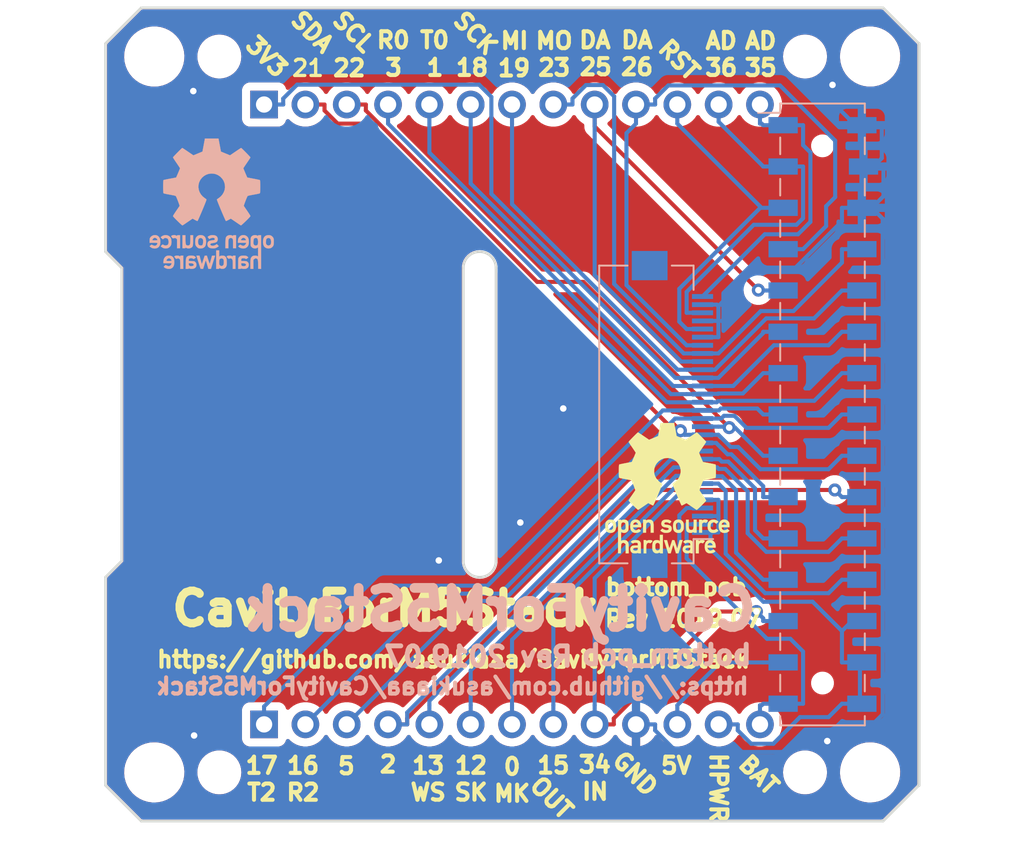
<source format=kicad_pcb>
(kicad_pcb (version 20221018) (generator pcbnew)
  (layers (0 "F.Cu" signal) (31 "B.Cu" signal) (34 "B.Paste" user) (35 "F.Paste" user) (36 "B.SilkS" user "B.Silkscreen") (37 "F.SilkS" user "F.Silkscreen") (38 "B.Mask" user) (39 "F.Mask" user) (44 "Edge.Cuts" user))
  (net 0 "")
  (net 1 "GND")
  (net 2 "G23")
  (net 3 "G19")
  (net 4 "G18")
  (net 5 "G3")
  (net 6 "G16")
  (net 7 "G21")
  (net 8 "G2")
  (net 9 "G12")
  (net 10 "G15")
  (net 11 "HPWR")
  (net 12 "+BATT")
  (net 13 "+5V")
  (net 14 "G34")
  (net 15 "G0")
  (net 16 "G13")
  (net 17 "G5")
  (net 18 "G22")
  (net 19 "G17")
  (net 20 "G1")
  (net 21 "G26")
  (net 22 "G25")
  (net 23 "RST")
  (net 24 "G36")
  (net 25 "G35")
  (net 26 "+3V3")
  (footprint "MountingHole:MountingHole_3.2mm_M3" (layer "F.Cu") (at 103 53)
    (fp_text reference "REF1" hide)
    (fp_text value "MountingHole_3.2mm_M3")
    (pad "" np_thru_hole circle (at 0 0) (size 3.2 3.2) (drill 3.2) (layers "*.Cu" "*.Mask"))
  )
  (footprint "MountingHole:MountingHole_3.2mm_M3" (layer "F.Cu") (at 103 97)
    (fp_text reference "REF6" hide)
    (fp_text value "MountingHole_3.2mm_M3")
    (pad "" np_thru_hole circle (at 0 0) (size 3.2 3.2) (drill 3.2) (layers "*.Cu" "*.Mask"))
  )
  (footprint "MountingHole:MountingHole_3.2mm_M3" (layer "F.Cu") (at 147 97)
    (fp_text reference "REF9" hide)
    (fp_text value "MountingHole_3.2mm_M3")
    (pad "" np_thru_hole circle (at 0 0) (size 3.2 3.2) (drill 3.2) (layers "*.Cu" "*.Mask"))
  )
  (footprint "MountingHole:MountingHole_2.2mm_M2" (layer "F.Cu") (at 107 53)
    (fp_text reference "REF2" hide)
    (fp_text value "MountingHole_2.2mm_M2")
    (pad "" np_thru_hole circle (at 0 0) (size 2.2 2.2) (drill 2.2) (layers "*.Cu" "*.Mask"))
  )
  (footprint "MountingHole:MountingHole_3.2mm_M3" (layer "F.Cu") (at 147 53)
    (fp_text reference "REF4" hide)
    (fp_text value "MountingHole_3.2mm_M3")
    (pad "" np_thru_hole circle (at 0 0) (size 3.2 3.2) (drill 3.2) (layers "*.Cu" "*.Mask"))
  )
  (footprint "MountingHole:MountingHole_2.2mm_M2" (layer "F.Cu") (at 143 53)
    (fp_text reference "REF3" hide)
    (fp_text value "MountingHole_2.2mm_M2")
    (pad "" np_thru_hole circle (at 0 0) (size 2.2 2.2) (drill 2.2) (layers "*.Cu" "*.Mask"))
  )
  (footprint "MountingHole:MountingHole_2.2mm_M2" (layer "F.Cu") (at 107 97)
    (fp_text reference "REF7" hide)
    (fp_text value "MountingHole_2.2mm_M2")
    (pad "" np_thru_hole circle (at 0 0) (size 2.2 2.2) (drill 2.2) (layers "*.Cu" "*.Mask"))
  )
  (footprint "MountingHole:MountingHole_2.2mm_M2" (layer "F.Cu") (at 143 97)
    (fp_text reference "REF8" hide)
    (fp_text value "MountingHole_2.2mm_M2")
    (pad "" np_thru_hole circle (at 0 0) (size 2.2 2.2) (drill 2.2) (layers "*.Cu" "*.Mask"))
  )
  (footprint "footprints:PinSocket_1x13_P2.54mm_Vertical_without_silks" (layer "F.Cu") (at 109.75 55.95 90)
    (fp_text reference "J1" hide)
    (fp_text value "Conn_01x13")
    (pad "1" thru_hole rect (at 0 0 90) (size 1.7 1.7) (drill 1) (layers "*.Cu" "*.Mask") (net 26 "+3V3"))
    (pad "2" thru_hole oval (at 0 2.54 90) (size 1.7 1.7) (drill 1) (layers "*.Cu" "*.Mask") (net 7 "G21"))
    (pad "3" thru_hole oval (at 0 5.08 90) (size 1.7 1.7) (drill 1) (layers "*.Cu" "*.Mask") (net 18 "G22"))
    (pad "4" thru_hole oval (at 0 7.62 90) (size 1.7 1.7) (drill 1) (layers "*.Cu" "*.Mask") (net 5 "G3"))
    (pad "5" thru_hole oval (at 0 10.16 90) (size 1.7 1.7) (drill 1) (layers "*.Cu" "*.Mask") (net 20 "G1"))
    (pad "6" thru_hole oval (at 0 12.7 90) (size 1.7 1.7) (drill 1) (layers "*.Cu" "*.Mask") (net 4 "G18"))
    (pad "7" thru_hole oval (at 0 15.24 90) (size 1.7 1.7) (drill 1) (layers "*.Cu" "*.Mask") (net 3 "G19"))
    (pad "8" thru_hole oval (at 0 17.78 90) (size 1.7 1.7) (drill 1) (layers "*.Cu" "*.Mask") (net 2 "G23"))
    (pad "9" thru_hole oval (at 0 20.32 90) (size 1.7 1.7) (drill 1) (layers "*.Cu" "*.Mask") (net 21 "G26"))
    (pad "10" thru_hole oval (at 0 22.86 90) (size 1.7 1.7) (drill 1) (layers "*.Cu" "*.Mask") (net 22 "G25"))
    (pad "11" thru_hole oval (at 0 25.4 90) (size 1.7 1.7) (drill 1) (layers "*.Cu" "*.Mask") (net 23 "RST"))
    (pad "12" thru_hole oval (at 0 27.94 90) (size 1.7 1.7) (drill 1) (layers "*.Cu" "*.Mask") (net 24 "G36"))
    (pad "13" thru_hole oval (at 0 30.48 90) (size 1.7 1.7) (drill 1) (layers "*.Cu" "*.Mask") (net 25 "G35"))
  )
  (footprint "footprints:PinSocket_1x13_P2.54mm_Vertical_without_silks" (layer "F.Cu") (at 109.75 94.05 90)
    (fp_text reference "J2" hide)
    (fp_text value "Conn_01x13")
    (pad "1" thru_hole rect (at 0 0 90) (size 1.7 1.7) (drill 1) (layers "*.Cu" "*.Mask") (net 19 "G17"))
    (pad "2" thru_hole oval (at 0 2.54 90) (size 1.7 1.7) (drill 1) (layers "*.Cu" "*.Mask") (net 6 "G16"))
    (pad "3" thru_hole oval (at 0 5.08 90) (size 1.7 1.7) (drill 1) (layers "*.Cu" "*.Mask") (net 17 "G5"))
    (pad "4" thru_hole oval (at 0 7.62 90) (size 1.7 1.7) (drill 1) (layers "*.Cu" "*.Mask") (net 8 "G2"))
    (pad "5" thru_hole oval (at 0 10.16 90) (size 1.7 1.7) (drill 1) (layers "*.Cu" "*.Mask") (net 16 "G13"))
    (pad "6" thru_hole oval (at 0 12.7 90) (size 1.7 1.7) (drill 1) (layers "*.Cu" "*.Mask") (net 9 "G12"))
    (pad "7" thru_hole oval (at 0 15.24 90) (size 1.7 1.7) (drill 1) (layers "*.Cu" "*.Mask") (net 15 "G0"))
    (pad "8" thru_hole oval (at 0 17.78 90) (size 1.7 1.7) (drill 1) (layers "*.Cu" "*.Mask") (net 10 "G15"))
    (pad "9" thru_hole oval (at 0 20.32 90) (size 1.7 1.7) (drill 1) (layers "*.Cu" "*.Mask") (net 14 "G34"))
    (pad "10" thru_hole oval (at 0 22.86 90) (size 1.7 1.7) (drill 1) (layers "*.Cu" "*.Mask") (net 1 "GND"))
    (pad "11" thru_hole oval (at 0 25.4 90) (size 1.7 1.7) (drill 1) (layers "*.Cu" "*.Mask") (net 13 "+5V"))
    (pad "12" thru_hole oval (at 0 27.94 90) (size 1.7 1.7) (drill 1) (layers "*.Cu" "*.Mask") (net 11 "HPWR"))
    (pad "13" thru_hole oval (at 0 30.48 90) (size 1.7 1.7) (drill 1) (layers "*.Cu" "*.Mask") (net 12 "+BATT"))
  )
  (footprint "Symbol:OSHW-Logo_7.5x8mm_SilkScreen" (layer "F.Cu") (at 134.5311 79.5274)
    (fp_text reference "OSHWREF2" hide)
    (fp_text value "OSHW-Logo_7.5x8mm_SilkScreen" hide)
  )
  (footprint "footprints:center_hole" (layer "F.Cu") (at 123 75)
    (fp_text reference "REF**" hide)
    (fp_text value "center_hole" hide)
    (fp_line (start -1 -9) (end -1 9) (stroke (width 0.15)) (layer "Edge.Cuts"))
    (fp_line (start 1 9) (end 1 -9) (stroke (width 0.15)) (layer "Edge.Cuts"))
    (fp_arc (start -1 -9) (mid 0 -10) (end 1 -9) (stroke (width 0.15)) (layer "Edge.Cuts"))
    (fp_arc (start 1 9) (mid 0 10) (end -1 9) (stroke (width 0.15)) (layer "Edge.Cuts"))
  )
  (footprint "Symbol:OSHW-Logo_7.5x8mm_SilkScreen" (layer "B.Cu") (at 106.5388 62.0432 180)
    (fp_text reference "OSHWREF1" hide)
    (fp_text value "OSHW-Logo_7.5x8mm_SilkScreen" hide)
  )
  (footprint "Connector_FFC-FPC:Hirose_FH12-30S-0.5SH_1x30-1MP_P0.50mm_Horizontal" (layer "B.Cu") (at 134.849 75 90)
    (fp_text reference "J3" hide)
    (fp_text value "flat_cable_connector")
    (pad "1" smd rect (at -7.25 1.85 90) (size 0.3 1.3) (layers "B.Cu" "B.Paste" "B.Mask") (net 11 "HPWR"))
    (pad "2" smd rect (at -6.75 1.85 90) (size 0.3 1.3) (layers "B.Cu" "B.Paste" "B.Mask") (net 12 "+BATT"))
    (pad "3" smd rect (at -6.25 1.85 90) (size 0.3 1.3) (layers "B.Cu" "B.Paste" "B.Mask") (net 11 "HPWR"))
    (pad "4" smd rect (at -5.75 1.85 90) (size 0.3 1.3) (layers "B.Cu" "B.Paste" "B.Mask") (net 13 "+5V"))
    (pad "5" smd rect (at -5.25 1.85 90) (size 0.3 1.3) (layers "B.Cu" "B.Paste" "B.Mask") (net 11 "HPWR"))
    (pad "6" smd rect (at -4.75 1.85 90) (size 0.3 1.3) (layers "B.Cu" "B.Paste" "B.Mask") (net 14 "G34"))
    (pad "7" smd rect (at -4.25 1.85 90) (size 0.3 1.3) (layers "B.Cu" "B.Paste" "B.Mask") (net 10 "G15"))
    (pad "8" smd rect (at -3.75 1.85 90) (size 0.3 1.3) (layers "B.Cu" "B.Paste" "B.Mask") (net 15 "G0"))
    (pad "9" smd rect (at -3.25 1.85 90) (size 0.3 1.3) (layers "B.Cu" "B.Paste" "B.Mask") (net 9 "G12"))
    (pad "10" smd rect (at -2.75 1.85 90) (size 0.3 1.3) (layers "B.Cu" "B.Paste" "B.Mask") (net 16 "G13"))
    (pad "11" smd rect (at -2.25 1.85 90) (size 0.3 1.3) (layers "B.Cu" "B.Paste" "B.Mask") (net 8 "G2"))
    (pad "12" smd rect (at -1.75 1.85 90) (size 0.3 1.3) (layers "B.Cu" "B.Paste" "B.Mask") (net 17 "G5"))
    (pad "13" smd rect (at -1.25 1.85 90) (size 0.3 1.3) (layers "B.Cu" "B.Paste" "B.Mask") (net 7 "G21"))
    (pad "14" smd rect (at -0.75 1.85 90) (size 0.3 1.3) (layers "B.Cu" "B.Paste" "B.Mask") (net 18 "G22"))
    (pad "15" smd rect (at -0.25 1.85 90) (size 0.3 1.3) (layers "B.Cu" "B.Paste" "B.Mask") (net 6 "G16"))
    (pad "16" smd rect (at 0.25 1.85 90) (size 0.3 1.3) (layers "B.Cu" "B.Paste" "B.Mask") (net 19 "G17"))
    (pad "17" smd rect (at 0.75 1.85 90) (size 0.3 1.3) (layers "B.Cu" "B.Paste" "B.Mask") (net 5 "G3"))
    (pad "18" smd rect (at 1.25 1.85 90) (size 0.3 1.3) (layers "B.Cu" "B.Paste" "B.Mask") (net 20 "G1"))
    (pad "19" smd rect (at 1.75 1.85 90) (size 0.3 1.3) (layers "B.Cu" "B.Paste" "B.Mask") (net 4 "G18"))
    (pad "20" smd rect (at 2.25 1.85 90) (size 0.3 1.3) (layers "B.Cu" "B.Paste" "B.Mask") (net 26 "+3V3"))
    (pad "21" smd rect (at 2.75 1.85 90) (size 0.3 1.3) (layers "B.Cu" "B.Paste" "B.Mask") (net 3 "G19"))
    (pad "22" smd rect (at 3.25 1.85 90) (size 0.3 1.3) (layers "B.Cu" "B.Paste" "B.Mask") (net 21 "G26"))
    (pad "23" smd rect (at 3.75 1.85 90) (size 0.3 1.3) (layers "B.Cu" "B.Paste" "B.Mask") (net 2 "G23"))
    (pad "24" smd rect (at 4.25 1.85 90) (size 0.3 1.3) (layers "B.Cu" "B.Paste" "B.Mask") (net 22 "G25"))
    (pad "25" smd rect (at 4.75 1.85 90) (size 0.3 1.3) (layers "B.Cu" "B.Paste" "B.Mask") (net 1 "GND"))
    (pad "26" smd rect (at 5.25 1.85 90) (size 0.3 1.3) (layers "B.Cu" "B.Paste" "B.Mask") (net 23 "RST"))
    (pad "27" smd rect (at 5.75 1.85 90) (size 0.3 1.3) (layers "B.Cu" "B.Paste" "B.Mask") (net 1 "GND"))
    (pad "28" smd rect (at 6.25 1.85 90) (size 0.3 1.3) (layers "B.Cu" "B.Paste" "B.Mask") (net 24 "G36"))
    (pad "29" smd rect (at 6.75 1.85 90) (size 0.3 1.3) (layers "B.Cu" "B.Paste" "B.Mask") (net 1 "GND"))
    (pad "30" smd rect (at 7.25 1.85 90) (size 0.3 1.3) (layers "B.Cu" "B.Paste" "B.Mask") (net 25 "G35"))
    (pad "MP" smd rect (at -9.15 -1.4 90) (size 1.8 2.2) (layers "B.Cu" "B.Paste" "B.Mask"))
    (pad "MP" smd rect (at 9.15 -1.4 90) (size 1.8 2.2) (layers "B.Cu" "B.Paste" "B.Mask"))
  )
  (footprint "footprints:PinSocket_2x15_P2.54mm_Vertical_SMD_just_for_M5Stack_bottom_pcb" (layer "B.Cu") (at 144.074 75 180)
    (fp_text reference "J4" hide)
    (fp_text value "socket")
    (pad "" np_thru_hole circle (at 0 -16.51 180) (size 0.9 0.9) (drill 0.9) (layers "*.Cu" "*.Mask"))
    (pad "" np_thru_hole circle (at 0 16.51 180) (size 0.9 0.9) (drill 0.9) (layers "*.Cu" "*.Mask"))
    (pad "1" smd rect (at 2.42 17.78 180) (size 1.8 1) (layers "B.Cu" "B.Paste" "B.Mask") (net 25 "G35"))
    (pad "2" smd rect (at -2.42 17.78 180) (size 1.8 1) (layers "B.Cu" "B.Paste" "B.Mask") (net 1 "GND"))
    (pad "3" smd rect (at 2.42 15.24 180) (size 1.8 1) (layers "B.Cu" "B.Paste" "B.Mask") (net 24 "G36"))
    (pad "4" smd rect (at -2.52 15.24 180) (size 1.8 1) (layers "B.Cu" "B.Paste" "B.Mask") (net 1 "GND"))
    (pad "5" smd rect (at 2.42 12.7 180) (size 1.8 1) (layers "B.Cu" "B.Paste" "B.Mask") (net 23 "RST"))
    (pad "6" smd rect (at -2.42 12.7 180) (size 1.8 1) (layers "B.Cu" "B.Paste" "B.Mask") (net 1 "GND"))
    (pad "7" smd rect (at 2.42 10.16 180) (size 1.8 1) (layers "B.Cu" "B.Paste" "B.Mask") (net 22 "G25"))
    (pad "8" smd rect (at -2.42 10.16 180) (size 1.8 1) (layers "B.Cu" "B.Paste" "B.Mask") (net 2 "G23"))
    (pad "9" smd rect (at 2.42 7.62 180) (size 1.8 1) (layers "B.Cu" "B.Paste" "B.Mask") (net 21 "G26"))
    (pad "10" smd rect (at -2.42 7.62 180) (size 1.8 1) (layers "B.Cu" "B.Paste" "B.Mask") (net 3 "G19"))
    (pad "11" smd rect (at 2.42 5.08 180) (size 1.8 1) (layers "B.Cu" "B.Paste" "B.Mask") (net 26 "+3V3"))
    (pad "12" smd rect (at -2.42 5.08 180) (size 1.8 1) (layers "B.Cu" "B.Paste" "B.Mask") (net 4 "G18"))
    (pad "13" smd rect (at 2.42 2.54 180) (size 1.8 1) (layers "B.Cu" "B.Paste" "B.Mask") (net 20 "G1"))
    (pad "14" smd rect (at -2.42 2.54 180) (size 1.8 1) (layers "B.Cu" "B.Paste" "B.Mask") (net 5 "G3"))
    (pad "15" smd rect (at 2.42 0 180) (size 1.8 1) (layers "B.Cu" "B.Paste" "B.Mask") (net 19 "G17"))
    (pad "16" smd rect (at -2.42 0 180) (size 1.8 1) (layers "B.Cu" "B.Paste" "B.Mask") (net 6 "G16"))
    (pad "17" smd rect (at 2.42 -2.54 180) (size 1.8 1) (layers "B.Cu" "B.Paste" "B.Mask") (net 18 "G22"))
    (pad "18" smd rect (at -2.42 -2.54 180) (size 1.8 1) (layers "B.Cu" "B.Paste" "B.Mask") (net 7 "G21"))
    (pad "19" smd rect (at 2.42 -5.08 180) (size 1.8 1) (layers "B.Cu" "B.Paste" "B.Mask") (net 17 "G5"))
    (pad "20" smd rect (at -2.42 -5.08 180) (size 1.8 1) (layers "B.Cu" "B.Paste" "B.Mask") (net 8 "G2"))
    (pad "21" smd rect (at 2.42 -7.62 180) (size 1.8 1) (layers "B.Cu" "B.Paste" "B.Mask") (net 16 "G13"))
    (pad "22" smd rect (at -2.42 -7.62 180) (size 1.8 1) (layers "B.Cu" "B.Paste" "B.Mask") (net 9 "G12"))
    (pad "23" smd rect (at 2.42 -10.16 180) (size 1.8 1) (layers "B.Cu" "B.Paste" "B.Mask") (net 15 "G0"))
    (pad "24" smd rect (at -2.42 -10.16 180) (size 1.8 1) (layers "B.Cu" "B.Paste" "B.Mask") (net 10 "G15"))
    (pad "25" smd rect (at 2.42 -12.7 180) (size 1.8 1) (layers "B.Cu" "B.Paste" "B.Mask") (net 14 "G34"))
    (pad "26" smd rect (at -2.42 -12.7 180) (size 1.8 1) (layers "B.Cu" "B.Paste" "B.Mask") (net 11 "HPWR"))
    (pad "27" smd rect (at 2.42 -15.24 180) (size 1.8 1) (layers "B.Cu" "B.Paste" "B.Mask") (net 13 "+5V"))
    (pad "28" smd rect (at -2.42 -15.24 180) (size 1.8 1) (layers "B.Cu" "B.Paste" "B.Mask") (net 11 "HPWR"))
    (pad "29" smd rect (at 2.42 -17.78 180) (size 1.8 1) (layers "B.Cu" "B.Paste" "B.Mask") (net 12 "+BATT"))
    (pad "30" smd rect (at -2.42 -17.78 180) (size 1.8 1) (layers "B.Cu" "B.Paste" "B.Mask") (net 11 "HPWR"))
  )
  (gr_line (start 100 65) (end 100 52.2) (stroke (width 0.15)) (layer "Edge.Cuts"))
  (gr_line (start 102.2 50) (end 147.8 50) (stroke (width 0.15)) (layer "Edge.Cuts"))
  (gr_line (start 147.8 100) (end 102.2 100) (stroke (width 0.15)) (layer "Edge.Cuts"))
  (gr_line (start 102.2 100) (end 100 97.8) (stroke (width 0.15)) (layer "Edge.Cuts"))
  (gr_line (start 150 97.8) (end 147.8 100) (stroke (width 0.15)) (layer "Edge.Cuts"))
  (gr_line (start 147.8 50) (end 150 52.2) (stroke (width 0.15)) (layer "Edge.Cuts"))
  (gr_line (start 150 52.2) (end 150 97.8) (stroke (width 0.2)) (layer "Edge.Cuts"))
  (gr_line (start 100 65) (end 101 66) (stroke (width 0.15)) (layer "Edge.Cuts"))
  (gr_line (start 101 66) (end 101 84) (stroke (width 0.15)) (layer "Edge.Cuts"))
  (gr_line (start 101 84) (end 100 85) (stroke (width 0.15)) (layer "Edge.Cuts"))
  (gr_line (start 102.2 50) (end 100 52.2) (stroke (width 0.15)) (layer "Edge.Cuts"))
  (gr_line (start 100 97.8) (end 100 85) (stroke (width 0.15)) (layer "Edge.Cuts"))
  (gr_text "https://github.com/asukiaaa/CavityForM5Stack" (at 121.3238 91.7082) (layer "B.SilkS") (effects (font (size 1 1) (thickness 0.25)) (justify mirror)))
  (gr_text "bottom_pcb" (at 134.4988 89.7832) (layer "B.SilkS") (effects (font (size 1.2 1.2) (thickness 0.3)) (justify mirror)))
  (gr_text "CavityForM5Stack" (at 124.2488 86.9832) (layer "B.SilkS") (effects (font (size 2.4 2.4) (thickness 0.6)) (justify mirror)))
  (gr_text "Rev 2019.07" (at 122.9238 89.8832) (layer "B.SilkS") (effects (font (size 1.2 1.2) (thickness 0.3)) (justify mirror)))
  (gr_text "3" (at 117.71122 53.68544) (layer "F.SilkS") (effects (font (size 1 1) (thickness 0.25))))
  (gr_text "1" (at 120.25122 53.68544) (layer "F.SilkS") (effects (font (size 1 1) (thickness 0.25))))
  (gr_text "25" (at 130.1369 53.6448) (layer "F.SilkS") (effects (font (size 1 1) (thickness 0.25))))
  (gr_text "26" (at 132.67182 53.6448) (layer "F.SilkS") (effects (font (size 1 1) (thickness 0.25))))
  (gr_text "21" (at 112.44326 53.71084) (layer "F.SilkS") (effects (font (size 1 1) (thickness 0.2))))
  (gr_text "RST" (at 135.255 53.2003 -45) (layer "F.SilkS") (effects (font (size 1 1) (thickness 0.25))))
  (gr_text "GND" (at 132.5499 97.0788 -45) (layer "F.SilkS") (effects (font (size 1 1) (thickness 0.25))))
  (gr_text "BAT" (at 140.1572 97.155 -45) (layer "F.SilkS") (effects (font (size 1 1) (thickness 0.25))))
  (gr_text "35" (at 140.27658 53.69052) (layer "F.SilkS") (effects (font (size 1 1) (thickness 0.25))))
  (gr_text "22" (at 114.98326 53.71084) (layer "F.SilkS") (effects (font (size 1 1) (thickness 0.25))))
  (gr_text "36" (at 137.84834 53.68544) (layer "F.SilkS") (effects (font (size 1 1) (thickness 0.25))))
  (gr_text "SCL" (at 115.24742 51.4858 -45) (layer "F.SilkS") (effects (font (size 1 1) (thickness 0.25))))
  (gr_text "MI" (at 125.14326 52.03444) (layer "F.SilkS") (effects (font (size 1 1) (thickness 0.25))))
  (gr_text "18" (at 122.53722 53.68544) (layer "F.SilkS") (effects (font (size 1 1) (thickness 0.25))))
  (gr_text "19" (at 125.11786 53.71592) (layer "F.SilkS") (effects (font (size 1 1) (thickness 0.25))))
  (gr_text "SCK" (at 122.74042 51.57216 -45) (layer "F.SilkS") (effects (font (size 1 1) (thickness 0.25))))
  (gr_text "T2" (at 109.60608 98.2345) (layer "F.SilkS") (effects (font (size 1 1) (thickness 0.25))))
  (gr_text "R2" (at 112.14608 98.2345) (layer "F.SilkS") (effects (font (size 1 1) (thickness 0.25))))
  (gr_text "T0" (at 120.2309 51.9938) (layer "F.SilkS") (effects (font (size 1 1) (thickness 0.25))))
  (gr_text "R0" (at 117.6909 51.9938) (layer "F.SilkS") (effects (font (size 1 1) (thickness 0.25))))
  (gr_text "HPWR" (at 137.6807 97.9424 270) (layer "F.SilkS") (effects (font (size 1 1) (thickness 0.25))))
  (gr_text "SK" (at 122.46864 98.22942) (layer "F.SilkS") (effects (font (size 1 1) (thickness 0.25))))
  (gr_text "WS" (at 119.83974 98.22942) (layer "F.SilkS") (effects (font (size 1 1) (thickness 0.25))))
  (gr_text "13" (at 119.83974 96.57842) (layer "F.SilkS") (effects (font (size 1 1) (thickness 0.25))))
  (gr_text "12" (at 122.46864 96.57842) (layer "F.SilkS") (effects (font (size 1 1) (thickness 0.25))))
  (gr_text "OUT" (at 127.42672 98.5647 -45) (layer "F.SilkS") (effects (font (size 1 1) (thickness 0.25))))
  (gr_text "15" (at 127.5334 96.56826) (layer "F.SilkS") (effects (font (size 1 1) (thickness 0.25))))
  (gr_text "IN" (at 130.10388 98.18116) (layer "F.SilkS") (effects (font (size 1 1) (thickness 0.25))))
  (gr_text "34" (at 130.07848 96.52508) (layer "F.SilkS") (effects (font (size 1 1) (thickness 0.25))))
  (gr_text "bottom_pcb" (at 135.0738 85.6082) (layer "F.SilkS") (effects (font (size 1 1) (thickness 0.25))))
  (gr_text "AD" (at 137.84834 52.03444) (layer "F.SilkS") (effects (font (size 1 1) (thickness 0.25))))
  (gr_text "23" (at 127.58166 53.68544) (layer "F.SilkS") (effects (font (size 1 1) (thickness 0.25))))
  (gr_text "17" (at 109.60608 96.5835) (layer "F.SilkS") (effects (font (size 1 1) (thickness 0.25))))
  (gr_text "16" (at 112.14608 96.5835) (layer "F.SilkS") (effects (font (size 1 1) (thickness 0.25))))
  (gr_text "5" (at 114.808 96.6089) (layer "F.SilkS") (effects (font (size 1 1) (thickness 0.25))))
  (gr_text "DA" (at 130.0861 51.9938) (layer "F.SilkS") (effects (font (size 1 1) (thickness 0.25))))
  (gr_text "SDA" (at 112.70742 51.4858 -45) (layer "F.SilkS") (effects (font (size 1 1) (thickness 0.25))))
  (gr_text "DA" (at 132.67182 51.9938) (layer "F.SilkS") (effects (font (size 1 1) (thickness 0.25))))
  (gr_text "3V3" (at 109.90834 53.0098 -45) (layer "F.SilkS") (effects (font (size 1 1) (thickness 0.25))))
  (gr_text "5V" (at 135.0899 96.5835) (layer "F.SilkS") (effects (font (size 1 1) (thickness 0.25))))
  (gr_text "MK" (at 124.9934 98.30308) (layer "F.SilkS") (effects (font (size 1 1) (thickness 0.25))))
  (gr_text "CavityForM5Stack" (at 117.2238 86.9332) (layer "F.SilkS") (effects (font (size 2 2) (thickness 0.5))))
  (gr_text "https://github.com/asukiaaa/CavityForM5Stack" (at 121.3738 90.0582) (layer "F.SilkS") (effects (font (size 1 1) (thickness 0.25))))
  (gr_text "Rev 2019.07" (at 135.5238 87.5582) (layer "F.SilkS") (effects (font (size 1 1) (thickness 0.25))))
  (gr_text "2" (at 117.3734 96.5073) (layer "F.SilkS") (effects (font (size 1 1) (thickness 0.25))))
  (gr_text "MO" (at 127.58166 52.03444) (layer "F.SilkS") (effects (font (size 1 1) (thickness 0.25))))
  (gr_text "0" (at 124.9934 96.65208) (layer "F.SilkS") (effects (font (size 1 1) (thickness 0.25))))
  (gr_text "AD" (at 140.27658 52.03952) (layer "F.SilkS") (effects (font (size 1 1) (thickness 0.25))))
  (segment (start 141.6888 54.7432) (end 140.2188 53.2732) (width 0.25) (layer "F.Cu") (net 1))
  (segment (start 144.6888 54.7432) (end 141.6888 54.7432) (width 0.25) (layer "F.Cu") (net 1))
  (segment (start 109.8688 52.8732) (end 107.6188 55.1232) (width 0.25) (layer "F.Cu") (net 1))
  (segment (start 139.8188 52.8732) (end 109.8688 52.8732) (width 0.25) (layer "F.Cu") (net 1))
  (segment (start 140.2188 53.2732) (end 139.8188 52.8732) (width 0.25) (layer "F.Cu") (net 1))
  (segment (start 107.6188 55.1232) (end 105.3988 55.1232) (width 0.25) (layer "F.Cu") (net 1))
  (via (at 125.4988 81.6432) (size 0.8) (drill 0.4) (layers "F.Cu" "B.Cu") (net 1))
  (via (at 128.1388 74.6332) (size 0.8) (drill 0.4) (layers "F.Cu" "B.Cu") (net 1))
  (via (at 144.6888 54.7432) (size 0.8) (drill 0.4) (layers "F.Cu" "B.Cu") (net 1))
  (via (at 105.4488 94.7332) (size 0.8) (drill 0.4) (layers "F.Cu" "B.Cu") (net 1))
  (via (at 120.4888 83.9732) (size 0.8) (drill 0.4) (layers "F.Cu" "B.Cu") (net 1))
  (via (at 144.367 95.075) (size 0.8) (drill 0.4) (layers "F.Cu" "B.Cu") (net 1))
  (via (at 105.3988 55.1232) (size 0.8) (drill 0.4) (layers "F.Cu" "B.Cu") (net 1))
  (segment (start 128.0588 74.5532) (end 128.1388 74.6332) (width 0.25) (layer "B.Cu") (net 1))
  (segment (start 139.873 66.1421) (end 142.2519 66.1421) (width 0.25) (layer "B.Cu") (net 1))
  (segment (start 133.7853 94.4173) (end 135.1142 95.7462) (width 0.25) (layer "B.Cu") (net 1))
  (segment (start 146.494 62.3) (end 147.1067 62.3) (width 0.25) (layer "B.Cu") (net 1))
  (segment (start 105.3988 63.0332) (end 105.3988 74.5532) (width 0.25) (layer "B.Cu") (net 1))
  (segment (start 142.3553 95.075) (end 145.2406 95.075) (width 0.25) (layer "B.Cu") (net 1))
  (segment (start 147.7739 62.9672) (end 147.1067 62.3) (width 0.25) (layer "B.Cu") (net 1))
  (segment (start 113.4788 83.9732) (end 120.4888 83.9732) (width 0.25) (layer "B.Cu") (net 1))
  (segment (start 121.9957 63.0332) (end 105.3988 63.0332) (width 0.25) (layer "B.Cu") (net 1))
  (segment (start 133.7853 94.05) (end 133.7853 94.4173) (width 0.25) (layer "B.Cu") (net 1))
  (segment (start 145.2687 63.1253) (end 145.2687 62.3) (width 0.25) (layer "B.Cu") (net 1))
  (segment (start 137.5835 68.25) (end 137.6743 68.3408) (width 0.25) (layer "B.Cu") (net 1))
  (segment (start 146.494 57.22) (end 147.7193 57.22) (width 0.25) (layer "B.Cu") (net 1))
  (segment (start 105.3988 94.6832) (end 105.4488 94.7332) (width 0.25) (layer "B.Cu") (net 1))
  (segment (start 105.4488 94.7332) (end 105.4488 92.0032) (width 0.25) (layer "B.Cu") (net 1))
  (segment (start 147.7739 93.4323) (end 147.7739 62.9672) (width 0.25) (layer "B.Cu") (net 1))
  (segment (start 136.699 68.25) (end 137.5835 68.25) (width 0.25) (layer "B.Cu") (net 1))
  (segment (start 146.594 59.76) (end 147.2067 59.76) (width 0.25) (layer "B.Cu") (net 1))
  (segment (start 145.2406 95.075) (end 146.1312 95.075) (width 0.25) (layer "B.Cu") (net 1))
  (segment (start 141.6841 95.7462) (end 142.3553 95.075) (width 0.25) (layer "B.Cu") (net 1))
  (segment (start 105.3988 74.5532) (end 105.3988 94.6832) (width 0.25) (layer "B.Cu") (net 1))
  (segment (start 147.1067 62.3) (end 147.8193 61.5874) (width 0.25) (layer "B.Cu") (net 1))
  (segment (start 128.1388 69.1763) (end 121.9957 63.0332) (width 0.25) (layer "B.Cu") (net 1))
  (segment (start 144.6888 55.8148) (end 144.6888 54.7432) (width 0.25) (layer "B.Cu") (net 1))
  (segment (start 146.494 57.22) (end 146.094 57.22) (width 0.25) (layer "B.Cu") (net 1))
  (segment (start 147.2067 59.76) (end 147.8193 59.76) (width 0.25) (layer "B.Cu") (net 1))
  (segment (start 146.494 62.3) (end 145.2687 62.3) (width 0.25) (layer "B.Cu") (net 1))
  (segment (start 147.7193 59.2474) (end 147.7193 57.22) (width 0.25) (layer "B.Cu") (net 1))
  (segment (start 137.6743 69.25) (end 137.6743 70.25) (width 0.25) (layer "B.Cu") (net 1))
  (segment (start 147.2067 59.76) (end 147.7193 59.2474) (width 0.25) (layer "B.Cu") (net 1))
  (segment (start 137.6743 68.3408) (end 139.873 66.1421) (width 0.25) (layer "B.Cu") (net 1))
  (segment (start 145.2406 95.075) (end 144.367 95.075) (width 0.25) (layer "B.Cu") (net 1))
  (segment (start 132.61 94.05) (end 133.7853 94.05) (width 0.25) (layer "B.Cu") (net 1))
  (segment (start 128.1388 74.6332) (end 128.1388 79.0032) (width 0.25) (layer "B.Cu") (net 1))
  (segment (start 105.3988 55.1232) (end 105.3988 63.0332) (width 0.25) (layer "B.Cu") (net 1))
  (segment (start 128.1388 79.0032) (end 125.4988 81.6432) (width 0.25) (layer "B.Cu") (net 1))
  (segment (start 146.094 57.22) (end 144.6888 55.8148) (width 0.25) (layer "B.Cu") (net 1))
  (segment (start 137.6743 68.3408) (end 137.6743 69.25) (width 0.25) (layer "B.Cu") (net 1))
  (segment (start 136.699 70.25) (end 137.6743 70.25) (width 0.25) (layer "B.Cu") (net 1))
  (segment (start 146.1312 95.075) (end 147.7739 93.4323) (width 0.25) (layer "B.Cu") (net 1))
  (segment (start 142.2519 66.1421) (end 145.2687 63.1253) (width 0.25) (layer "B.Cu") (net 1))
  (segment (start 128.1388 74.6332) (end 128.1388 69.1763) (width 0.25) (layer "B.Cu") (net 1))
  (segment (start 147.8193 61.5874) (end 147.8193 59.76) (width 0.25) (layer "B.Cu") (net 1))
  (segment (start 136.699 69.25) (end 137.6743 69.25) (width 0.25) (layer "B.Cu") (net 1))
  (segment (start 105.4488 92.0032) (end 113.4788 83.9732) (width 0.25) (layer "B.Cu") (net 1))
  (segment (start 135.1142 95.7462) (end 141.6841 95.7462) (width 0.25) (layer "B.Cu") (net 1))
  (segment (start 131.2666 66.9746) (end 135.542 71.25) (width 0.25) (layer "B.Cu") (net 2))
  (segment (start 145.2687 64.84) (end 145.2687 65.6653) (width 0.25) (layer "B.Cu") (net 2))
  (segment (start 128.7053 55.95) (end 128.7053 55.5827) (width 0.25) (layer "B.Cu") (net 2))
  (segment (start 130.5739 54.7516) (end 131.2666 55.4443) (width 0.25) (layer "B.Cu") (net 2))
  (segment (start 136.699 71.25) (end 137.6743 71.25) (width 0.25) (layer "B.Cu") (net 2))
  (segment (start 131.2666 55.4443) (end 131.2666 66.9746) (width 0.25) (layer "B.Cu") (net 2))
  (segment (start 135.542 71.25) (end 136.699 71.25) (width 0.25) (layer "B.Cu") (net 2))
  (segment (start 128.7053 55.5827) (end 129.5364 54.7516) (width 0.25) (layer "B.Cu") (net 2))
  (segment (start 142.2896 68.6444) (end 140.2799 68.6444) (width 0.25) (layer "B.Cu") (net 2))
  (segment (start 146.494 64.84) (end 145.2687 64.84) (width 0.25) (layer "B.Cu") (net 2))
  (segment (start 140.2799 68.6444) (end 137.6743 71.25) (width 0.25) (layer "B.Cu") (net 2))
  (segment (start 145.2687 65.6653) (end 142.2896 68.6444) (width 0.25) (layer "B.Cu") (net 2))
  (segment (start 129.5364 54.7516) (end 130.5739 54.7516) (width 0.25) (layer "B.Cu") (net 2))
  (segment (start 127.53 55.95) (end 128.7053 55.95) (width 0.25) (layer "B.Cu") (net 2))
  (segment (start 146.494 67.38) (end 145.2687 67.38) (width 0.25) (layer "B.Cu") (net 3))
  (segment (start 136.2114 72.25) (end 136.699 72.25) (width 0.25) (layer "B.Cu") (net 3))
  (segment (start 145.2687 67.38) (end 143.554 69.0947) (width 0.25) (layer "B.Cu") (net 3))
  (segment (start 136.2114 72.25) (end 135.7237 72.25) (width 0.25) (layer "B.Cu") (net 3))
  (segment (start 135.7237 72.25) (end 135.1666 72.25) (width 0.25) (layer "B.Cu") (net 3))
  (segment (start 135.1666 72.25) (end 124.99 62.0734) (width 0.25) (layer "B.Cu") (net 3))
  (segment (start 124.99 62.0734) (end 124.99 57.1253) (width 0.25) (layer "B.Cu") (net 3))
  (segment (start 140.6171 69.0947) (end 137.4618 72.25) (width 0.25) (layer "B.Cu") (net 3))
  (segment (start 137.4618 72.25) (end 136.699 72.25) (width 0.25) (layer "B.Cu") (net 3))
  (segment (start 124.99 55.95) (end 124.99 57.1253) (width 0.25) (layer "B.Cu") (net 3))
  (segment (start 143.554 69.0947) (end 140.6171 69.0947) (width 0.25) (layer "B.Cu") (net 3))
  (segment (start 122.45 55.95) (end 122.45 60.8072) (width 0.25) (layer "B.Cu") (net 4))
  (segment (start 134.8928 73.25) (end 136.699 73.25) (width 0.25) (layer "B.Cu") (net 4))
  (segment (start 144.4434 70.7453) (end 145.2687 69.92) (width 0.25) (layer "B.Cu") (net 4))
  (segment (start 146.494 69.92) (end 145.2687 69.92) (width 0.25) (layer "B.Cu") (net 4))
  (segment (start 122.45 60.8072) (end 134.8928 73.25) (width 0.25) (layer "B.Cu") (net 4))
  (segment (start 138.5841 73.25) (end 141.0888 70.7453) (width 0.25) (layer "B.Cu") (net 4))
  (segment (start 141.0888 70.7453) (end 144.4434 70.7453) (width 0.25) (layer "B.Cu") (net 4))
  (segment (start 136.699 73.25) (end 138.5841 73.25) (width 0.25) (layer "B.Cu") (net 4))
  (segment (start 136.699 74.25) (end 137.5739 74.25) (width 0.25) (layer "B.Cu") (net 5))
  (segment (start 146.494 72.46) (end 145.2687 72.46) (width 0.25) (layer "B.Cu") (net 5))
  (segment (start 137.6409 74.183) (end 137.8377 74.183) (width 0.25) (layer "B.Cu") (net 5))
  (segment (start 137.5739 74.25) (end 137.6409 74.183) (width 0.25) (layer "B.Cu") (net 5))
  (segment (start 117.37 55.95) (end 117.37 57.1253) (width 0.25) (layer "B.Cu") (net 5))
  (segment (start 134.4947 74.25) (end 136.699 74.25) (width 0.25) (layer "B.Cu") (net 5))
  (segment (start 137.8377 74.183) (end 137.8609 74.1598) (width 0.25) (layer "B.Cu") (net 5))
  (segment (start 143.5689 74.1598) (end 145.2687 72.46) (width 0.25) (layer "B.Cu") (net 5))
  (segment (start 137.8609 74.1598) (end 143.5689 74.1598) (width 0.25) (layer "B.Cu") (net 5))
  (segment (start 117.37 57.1253) (end 134.4947 74.25) (width 0.25) (layer "B.Cu") (net 5))
  (segment (start 145.2687 75) (end 144.4434 75.8253) (width 0.25) (layer "B.Cu") (net 6))
  (segment (start 139.4031 75.8253) (end 138.6614 75.0836) (width 0.25) (layer "B.Cu") (net 6))
  (segment (start 138.0141 75.0836) (end 137.8477 75.25) (width 0.25) (layer "B.Cu") (net 6))
  (segment (start 136.699 75.25) (end 135.015698 75.25) (width 0.25) (layer "B.Cu") (net 6))
  (segment (start 138.6614 75.0836) (end 138.0141 75.0836) (width 0.25) (layer "B.Cu") (net 6))
  (segment (start 137.8477 75.25) (end 136.699 75.25) (width 0.25) (layer "B.Cu") (net 6))
  (segment (start 135.015698 75.25) (end 124.252498 86.0132) (width 0.25) (layer "B.Cu") (net 6))
  (segment (start 124.252498 86.0132) (end 120.3268 86.0132) (width 0.25) (layer "B.Cu") (net 6))
  (segment (start 144.4434 75.8253) (end 139.4031 75.8253) (width 0.25) (layer "B.Cu") (net 6))
  (segment (start 146.494 75) (end 145.2687 75) (width 0.25) (layer "B.Cu") (net 6))
  (segment (start 120.3268 86.0132) (end 112.29 94.05) (width 0.25) (layer "B.Cu") (net 6))
  (segment (start 135.3387 76) (end 134.938701 75.600001) (width 0.25) (layer "F.Cu") (net 7))
  (segment (start 116.087501 57.125001) (end 114.273001 57.125001) (width 0.25) (layer "F.Cu") (net 7))
  (segment (start 134.938701 75.600001) (end 134.562501 75.600001) (width 0.25) (layer "F.Cu") (net 7))
  (segment (start 113.4653 56.3173) (end 113.4653 55.95) (width 0.25) (layer "F.Cu") (net 7))
  (segment (start 112.29 55.95) (end 113.4653 55.95) (width 0.25) (layer "F.Cu") (net 7))
  (segment (start 114.273001 57.125001) (end 113.4653 56.3173) (width 0.25) (layer "F.Cu") (net 7))
  (segment (start 134.562501 75.600001) (end 116.087501 57.125001) (width 0.25) (layer "F.Cu") (net 7))
  (via (at 135.3387 76) (size 0.8) (drill 0.4) (layers "F.Cu" "B.Cu") (net 7))
  (segment (start 135.5887 76.25) (end 135.3387 76) (width 0.25) (layer "B.Cu") (net 7))
  (segment (start 140.2589 78.3653) (end 138.8921 76.9985) (width 0.25) (layer "B.Cu") (net 7))
  (segment (start 138.8921 76.9985) (end 138.4228 76.9985) (width 0.25) (layer "B.Cu") (net 7))
  (segment (start 144.4434 78.3653) (end 140.2589 78.3653) (width 0.25) (layer "B.Cu") (net 7))
  (segment (start 136.699 76.25) (end 135.5887 76.25) (width 0.25) (layer "B.Cu") (net 7))
  (segment (start 145.2687 77.54) (end 144.4434 78.3653) (width 0.25) (layer "B.Cu") (net 7))
  (segment (start 138.4228 76.9985) (end 137.6743 76.25) (width 0.25) (layer "B.Cu") (net 7))
  (segment (start 146.494 77.54) (end 145.2687 77.54) (width 0.25) (layer "B.Cu") (net 7))
  (segment (start 136.699 76.25) (end 137.6743 76.25) (width 0.25) (layer "B.Cu") (net 7))
  (segment (start 132.5869 79.6411) (end 144.8298 79.6411) (width 0.25) (layer "F.Cu") (net 8))
  (segment (start 117.37 94.05) (end 118.5453 94.05) (width 0.25) (layer "F.Cu") (net 8))
  (segment (start 118.5453 93.6827) (end 132.5869 79.6411) (width 0.25) (layer "F.Cu") (net 8))
  (segment (start 118.5453 94.05) (end 118.5453 93.6827) (width 0.25) (layer "F.Cu") (net 8))
  (via (at 144.8298 79.6411) (size 0.8) (drill 0.4) (layers "F.Cu" "B.Cu") (net 8))
  (segment (start 118.5453 94.05) (end 118.5453 93.3189) (width 0.25) (layer "B.Cu") (net 8))
  (segment (start 144.8298 79.6411) (end 145.2687 80.08) (width 0.25) (layer "B.Cu") (net 8))
  (segment (start 146.494 80.08) (end 145.2687 80.08) (width 0.25) (layer "B.Cu") (net 8))
  (segment (start 117.37 94.05) (end 118.5453 94.05) (width 0.25) (layer "B.Cu") (net 8))
  (segment (start 134.6142 77.25) (end 136.699 77.25) (width 0.25) (layer "B.Cu") (net 8))
  (segment (start 118.5453 93.3189) (end 134.6142 77.25) (width 0.25) (layer "B.Cu") (net 8))
  (segment (start 122.45 94.05) (end 122.45 92.8747) (width 0.25) (layer "B.Cu") (net 9))
  (segment (start 139.4755 82.304) (end 139.4755 79.7314) (width 0.25) (layer "B.Cu") (net 9))
  (segment (start 144.4434 83.4453) (end 140.6168 83.4453) (width 0.25) (layer "B.Cu") (net 9))
  (segment (start 137.6954 78.3494) (end 137.596 78.25) (width 0.25) (layer "B.Cu") (net 9))
  (segment (start 140.6168 83.4453) (end 139.4755 82.304) (width 0.25) (layer "B.Cu") (net 9))
  (segment (start 138.0935 78.3494) (end 137.6954 78.3494) (width 0.25) (layer "B.Cu") (net 9))
  (segment (start 122.45 90.7342) (end 122.45 92.8747) (width 0.25) (layer "B.Cu") (net 9))
  (segment (start 139.4755 79.7314) (end 138.0935 78.3494) (width 0.25) (layer "B.Cu") (net 9))
  (segment (start 145.2687 82.62) (end 144.4434 83.4453) (width 0.25) (layer "B.Cu") (net 9))
  (segment (start 137.596 78.25) (end 136.699 78.25) (width 0.25) (layer "B.Cu") (net 9))
  (segment (start 134.9342 78.25) (end 122.45 90.7342) (width 0.25) (layer "B.Cu") (net 9))
  (segment (start 136.699 78.25) (end 134.9342 78.25) (width 0.25) (layer "B.Cu") (net 9))
  (segment (start 146.494 82.62) (end 145.2687 82.62) (width 0.25) (layer "B.Cu") (net 9))
  (segment (start 145.2687 85.16) (end 144.4433 85.9854) (width 0.25) (layer "B.Cu") (net 10))
  (segment (start 135.246 79.25) (end 127.53 86.966) (width 0.25) (layer "B.Cu") (net 10))
  (segment (start 135.7237 79.25) (end 135.246 79.25) (width 0.25) (layer "B.Cu") (net 10))
  (segment (start 136.699 79.25) (end 137.6743 79.25) (width 0.25) (layer "B.Cu") (net 10))
  (segment (start 138.1246 79.7003) (end 137.6743 79.25) (width 0.25) (layer "B.Cu") (net 10))
  (segment (start 127.53 94.05) (end 127.53 92.8747) (width 0.25) (layer "B.Cu") (net 10))
  (segment (start 144.4433 85.9854) (end 140.5482 85.9854) (width 0.25) (layer "B.Cu") (net 10))
  (segment (start 140.5482 85.9854) (end 138.1246 83.5618) (width 0.25) (layer "B.Cu") (net 10))
  (segment (start 138.1246 83.5618) (end 138.1246 79.7003) (width 0.25) (layer "B.Cu") (net 10))
  (segment (start 136.699 79.25) (end 135.7237 79.25) (width 0.25) (layer "B.Cu") (net 10))
  (segment (start 146.494 85.16) (end 145.2687 85.16) (width 0.25) (layer "B.Cu") (net 10))
  (segment (start 127.53 86.966) (end 127.53 92.8747) (width 0.25) (layer "B.Cu") (net 10))
  (segment (start 145.8814 87.7) (end 145.2687 88.3127) (width 0.25) (layer "B.Cu") (net 11))
  (segment (start 137.69 94.05) (end 138.8653 94.05) (width 0.25) (layer "B.Cu") (net 11))
  (segment (start 137.1869 82.25) (end 137.6743 82.25) (width 0.25) (layer "B.Cu") (net 11))
  (segment (start 137.1869 83.261) (end 140.4392 86.5133) (width 0.25) (layer "B.Cu") (net 11))
  (segment (start 146.3743 90.24) (end 145.2687 90.24) (width 0.25) (layer "B.Cu") (net 11))
  (segment (start 139.6889 95.2409) (end 141.054 95.2409) (width 0.25) (layer "B.Cu") (net 11))
  (segment (start 146.308 92.78) (end 145.2687 92.78) (width 0.25) (layer "B.Cu") (net 11))
  (segment (start 141.054 95.2409) (end 142.6896 93.6053) (width 0.25) (layer "B.Cu") (net 11))
  (segment (start 136.699 81.25) (end 137.5617 81.25) (width 0.25) (layer "B.Cu") (net 11))
  (segment (start 145.2687 88.3127) (end 145.2687 90.24) (width 0.25) (layer "B.Cu") (net 11))
  (segment (start 146.494 87.7) (end 145.8814 87.7) (width 0.25) (layer "B.Cu") (net 11))
  (segment (start 140.4392 86.5133) (end 143.4693 86.5133) (width 0.25) (layer "B.Cu") (net 11))
  (segment (start 136.699 82.25) (end 137.1867 82.25) (width 0.25) (layer "B.Cu") (net 11))
  (segment (start 142.6896 93.6053) (end 144.4434 93.6053) (width 0.25) (layer "B.Cu") (net 11))
  (segment (start 137.1867 82.25) (end 137.1869 82.25) (width 0.25) (layer "B.Cu") (net 11))
  (segment (start 138.8653 94.05) (end 138.8653 94.4173) (width 0.25) (layer "B.Cu") (net 11))
  (segment (start 136.699 80.25) (end 137.6743 80.25) (width 0.25) (layer "B.Cu") (net 11))
  (segment (start 146.3743 92.7137) (end 146.3743 90.24) (width 0.25) (layer "B.Cu") (net 11))
  (segment (start 144.4434 93.6053) (end 145.2687 92.78) (width 0.25) (layer "B.Cu") (net 11))
  (segment (start 137.5617 81.25) (end 137.6743 81.25) (width 0.25) (layer "B.Cu") (net 11))
  (segment (start 138.8653 94.4173) (end 139.6889 95.2409) (width 0.25) (layer "B.Cu") (net 11))
  (segment (start 146.494 92.78) (end 146.308 92.78) (width 0.25) (layer "B.Cu") (net 11))
  (segment (start 137.6743 80.25) (end 137.6743 81.25) (width 0.25) (layer "B.Cu") (net 11))
  (segment (start 146.308 92.78) (end 146.3743 92.7137) (width 0.25) (layer "B.Cu") (net 11))
  (segment (start 137.6743 81.25) (end 137.6743 82.25) (width 0.25) (layer "B.Cu") (net 11))
  (segment (start 146.494 90.24) (end 146.3743 90.24) (width 0.25) (layer "B.Cu") (net 11))
  (segment (start 143.4693 86.5133) (end 145.2687 88.3127) (width 0.25) (layer "B.Cu") (net 11))
  (segment (start 137.1869 82.25) (end 137.1869 83.261) (width 0.25) (layer "B.Cu") (net 11))
  (segment (start 141.654 92.78) (end 142.8793 92.78) (width 0.25) (layer "B.Cu") (net 12))
  (segment (start 135.7237 81.75) (end 135.7237 83.8494) (width 0.25) (layer "B.Cu") (net 12))
  (segment (start 140.23 94.05) (end 140.23 92.8747) (width 0.25) (layer "B.Cu") (net 12))
  (segment (start 140.334 92.8747) (end 140.23 92.8747) (width 0.25) (layer "B.Cu") (net 12))
  (segment (start 140.6645 88.7902) (end 142.097 88.7902) (width 0.25) (layer "B.Cu") (net 12))
  (segment (start 140.4287 92.78) (end 140.334 92.8747) (width 0.25) (layer "B.Cu") (net 12))
  (segment (start 142.8793 89.5725) (end 142.8793 92.78) (width 0.25) (layer "B.Cu") (net 12))
  (segment (start 136.699 81.75) (end 135.7237 81.75) (width 0.25) (layer "B.Cu") (net 12))
  (segment (start 142.097 88.7902) (end 142.8793 89.5725) (width 0.25) (layer "B.Cu") (net 12))
  (segment (start 141.654 92.78) (end 140.4287 92.78) (width 0.25) (layer "B.Cu") (net 12))
  (segment (start 135.7237 83.8494) (end 140.6645 88.7902) (width 0.25) (layer "B.Cu") (net 12))
  (segment (start 135.2734 87.7287) (end 137.7847 90.24) (width 0.25) (layer "B.Cu") (net 13))
  (segment (start 137.7847 90.24) (end 135.15 92.8747) (width 0.25) (layer "B.Cu") (net 13))
  (segment (start 135.7237 80.75) (end 135.2734 81.2003) (width 0.25) (layer "B.Cu") (net 13))
  (segment (start 136.699 80.75) (end 135.7237 80.75) (width 0.25) (layer "B.Cu") (net 13))
  (segment (start 135.2734 81.2003) (end 135.2734 87.7287) (width 0.25) (layer "B.Cu") (net 13))
  (segment (start 140.4287 90.24) (end 137.7847 90.24) (width 0.25) (layer "B.Cu") (net 13))
  (segment (start 141.654 90.24) (end 140.4287 90.24) (width 0.25) (layer "B.Cu") (net 13))
  (segment (start 135.15 94.05) (end 135.15 92.8747) (width 0.25) (layer "B.Cu") (net 13))
  (segment (start 137.8152 87.1128) (end 140.0128 87.1128) (width 0.25) (layer "F.Cu") (net 14))
  (segment (start 130.07 94.05) (end 131.2453 94.05) (width 0.25) (layer "F.Cu") (net 14))
  (segment (start 131.2453 93.6827) (end 137.8152 87.1128) (width 0.25) (layer "F.Cu") (net 14))
  (segment (start 131.2453 94.05) (end 131.2453 93.6827) (width 0.25) (layer "F.Cu") (net 14))
  (via (at 140.0128 87.1128) (size 0.8) (drill 0.4) (layers "F.Cu" "B.Cu") (net 14))
  (segment (start 140.4287 87.5287) (end 140.0128 87.1128) (width 0.25) (layer "B.Cu") (net 14))
  (segment (start 141.654 87.7) (end 140.4287 87.7) (width 0.25) (layer "B.Cu") (net 14))
  (segment (start 135.3829 79.75) (end 130.07 85.0629) (width 0.25) (layer "B.Cu") (net 14))
  (segment (start 130.07 94.05) (end 130.07 92.8747) (width 0.25) (layer "B.Cu") (net 14))
  (segment (start 130.07 85.0629) (end 130.07 92.8747) (width 0.25) (layer "B.Cu") (net 14))
  (segment (start 136.699 79.75) (end 135.3829 79.75) (width 0.25) (layer "B.Cu") (net 14))
  (segment (start 140.4287 87.7) (end 140.4287 87.5287) (width 0.25) (layer "B.Cu") (net 14))
  (segment (start 124.99 88.8509) (end 124.99 92.8747) (width 0.25) (layer "B.Cu") (net 15))
  (segment (start 124.99 94.05) (end 124.99 92.8747) (width 0.25) (layer "B.Cu") (net 15))
  (segment (start 140.4287 85.16) (end 138.7616 83.4929) (width 0.25) (layer "B.Cu") (net 15))
  (segment (start 136.699 78.75) (end 136.699 78.7747) (width 0.25) (layer "B.Cu") (net 15))
  (segment (start 137.4838 78.7747) (end 136.699 78.7747) (width 0.25) (layer "B.Cu") (net 15))
  (segment (start 138.7616 83.4929) (end 138.7616 79.6544) (width 0.25) (layer "B.Cu") (net 15))
  (segment (start 138.7616 79.6544) (end 137.9069 78.7997) (width 0.25) (layer "B.Cu") (net 15))
  (segment (start 136.699 78.7747) (end 135.0662 78.7747) (width 0.25) (layer "B.Cu") (net 15))
  (segment (start 135.0662 78.7747) (end 124.99 88.8509) (width 0.25) (layer "B.Cu") (net 15))
  (segment (start 141.654 85.16) (end 140.4287 85.16) (width 0.25) (layer "B.Cu") (net 15))
  (segment (start 137.9069 78.7997) (end 137.5088 78.7997) (width 0.25) (layer "B.Cu") (net 15))
  (segment (start 137.5088 78.7997) (end 137.4838 78.7747) (width 0.25) (layer "B.Cu") (net 15))
  (segment (start 139.9258 79.5448) (end 138.2801 77.8991) (width 0.25) (layer "B.Cu") (net 16))
  (segment (start 141.654 82.62) (end 140.4287 82.62) (width 0.25) (layer "B.Cu") (net 16))
  (segment (start 139.9258 82.1171) (end 139.9258 79.5448) (width 0.25) (layer "B.Cu") (net 16))
  (segment (start 138.2801 77.8991) (end 137.882 77.8991) (width 0.25) (layer "B.Cu") (net 16))
  (segment (start 136.699 77.75) (end 137.6743 77.75) (width 0.25) (layer "B.Cu") (net 16))
  (segment (start 136.2114 77.75) (end 136.699 77.75) (width 0.25) (layer "B.Cu") (net 16))
  (segment (start 135.7237 77.75) (end 134.7657 77.75) (width 0.25) (layer "B.Cu") (net 16))
  (segment (start 137.882 77.8991) (end 137.7329 77.75) (width 0.25) (layer "B.Cu") (net 16))
  (segment (start 119.91 92.6057) (end 119.91 92.8747) (width 0.25) (layer "B.Cu") (net 16))
  (segment (start 136.2114 77.75) (end 135.7237 77.75) (width 0.25) (layer "B.Cu") (net 16))
  (segment (start 140.4287 82.62) (end 139.9258 82.1171) (width 0.25) (layer "B.Cu") (net 16))
  (segment (start 134.7657 77.75) (end 119.91 92.6057) (width 0.25) (layer "B.Cu") (net 16))
  (segment (start 119.91 94.05) (end 119.91 92.8747) (width 0.25) (layer "B.Cu") (net 16))
  (segment (start 137.7329 77.75) (end 137.6743 77.75) (width 0.25) (layer "B.Cu") (net 16))
  (segment (start 136.699 76.75) (end 136.699 76.773) (width 0.25) (layer "B.Cu") (net 17))
  (segment (start 137.5373 76.75) (end 136.699 76.75) (width 0.25) (layer "B.Cu") (net 17))
  (segment (start 138.2361 77.4488) (end 137.5373 76.75) (width 0.25) (layer "B.Cu") (net 17))
  (segment (start 122.41679 86.46321) (end 114.83 94.05) (width 0.25) (layer "B.Cu") (net 17))
  (segment (start 134.127109 76.774999) (end 124.438898 86.46321) (width 0.25) (layer "B.Cu") (net 17))
  (segment (start 124.438898 86.46321) (end 122.41679 86.46321) (width 0.25) (layer "B.Cu") (net 17))
  (segment (start 140.4287 80.08) (end 140.4287 79.4067) (width 0.25) (layer "B.Cu") (net 17))
  (segment (start 136.699 76.773) (end 136.697001 76.774999) (width 0.25) (layer "B.Cu") (net 17))
  (segment (start 140.4287 79.4067) (end 138.4708 77.4488) (width 0.25) (layer "B.Cu") (net 17))
  (segment (start 138.4708 77.4488) (end 138.2361 77.4488) (width 0.25) (layer "B.Cu") (net 17))
  (segment (start 136.697001 76.774999) (end 134.127109 76.774999) (width 0.25) (layer "B.Cu") (net 17))
  (segment (start 141.654 80.08) (end 140.4287 80.08) (width 0.25) (layer "B.Cu") (net 17))
  (segment (start 129.3817 66.853) (end 138.3377 75.809) (width 0.25) (layer "F.Cu") (net 18))
  (segment (start 114.83 55.95) (end 116.0053 55.95) (width 0.25) (layer "F.Cu") (net 18))
  (segment (start 116.0053 55.95) (end 116.0053 56.3174) (width 0.25) (layer "F.Cu") (net 18))
  (segment (start 126.5409 66.853) (end 129.3817 66.853) (width 0.25) (layer "F.Cu") (net 18))
  (segment (start 116.0053 56.3174) (end 126.5409 66.853) (width 0.25) (layer "F.Cu") (net 18))
  (via (at 138.3377 75.809) (size 0.8) (drill 0.4) (layers "F.Cu" "B.Cu") (net 18))
  (segment (start 137.6743 75.75) (end 138.2787 75.75) (width 0.25) (layer "B.Cu") (net 18))
  (segment (start 138.6977 75.809) (end 138.3377 75.809) (width 0.25) (layer "B.Cu") (net 18))
  (segment (start 138.2787 75.75) (end 138.3377 75.809) (width 0.25) (layer "B.Cu") (net 18))
  (segment (start 141.654 77.54) (end 140.4287 77.54) (width 0.25) (layer "B.Cu") (net 18))
  (segment (start 140.4287 77.54) (end 138.6977 75.809) (width 0.25) (layer "B.Cu") (net 18))
  (segment (start 136.699 75.75) (end 137.6743 75.75) (width 0.25) (layer "B.Cu") (net 18))
  (segment (start 123.484321 85.5232) (end 117.1768 85.5232) (width 0.25) (layer "B.Cu") (net 19))
  (segment (start 141.654 75) (end 140.4287 75) (width 0.25) (layer "B.Cu") (net 19))
  (segment (start 137.8275 74.6333) (end 140.062 74.6333) (width 0.25) (layer "B.Cu") (net 19))
  (segment (start 117.1768 85.5232) (end 109.75 92.95) (width 0.25) (layer "B.Cu") (net 19))
  (segment (start 137.7108 74.75) (end 137.8275 74.6333) (width 0.25) (layer "B.Cu") (net 19))
  (segment (start 109.75 92.95) (end 109.75 94.05) (width 0.25) (layer "B.Cu") (net 19))
  (segment (start 136.699 74.75) (end 134.257521 74.75) (width 0.25) (layer "B.Cu") (net 19))
  (segment (start 134.257521 74.75) (end 123.484321 85.5232) (width 0.25) (layer "B.Cu") (net 19))
  (segment (start 136.699 74.75) (end 137.7108 74.75) (width 0.25) (layer "B.Cu") (net 19))
  (segment (start 140.062 74.6333) (end 140.4287 75) (width 0.25) (layer "B.Cu") (net 19))
  (segment (start 137.6511 73.7327) (end 137.6744 73.7094) (width 0.25) (layer "B.Cu") (net 20))
  (segment (start 137.6744 73.7094) (end 139.1793 73.7094) (width 0.25) (layer "B.Cu") (net 20))
  (segment (start 119.91 55.95) (end 119.91 58.9041) (width 0.25) (layer "B.Cu") (net 20))
  (segment (start 136.4552 73.75) (end 136.4725 73.7327) (width 0.25) (layer "B.Cu") (net 20))
  (segment (start 141.654 72.46) (end 140.4287 72.46) (width 0.25) (layer "B.Cu") (net 20))
  (segment (start 136.699 73.75) (end 136.4552 73.75) (width 0.25) (layer "B.Cu") (net 20))
  (segment (start 119.91 58.9041) (end 134.7559 73.75) (width 0.25) (layer "B.Cu") (net 20))
  (segment (start 136.4725 73.7327) (end 137.6511 73.7327) (width 0.25) (layer "B.Cu") (net 20))
  (segment (start 139.1793 73.7094) (end 140.4287 72.46) (width 0.25) (layer "B.Cu") (net 20))
  (segment (start 136.4552 73.75) (end 135.7237 73.75) (width 0.25) (layer "B.Cu") (net 20))
  (segment (start 134.7559 73.75) (end 135.7237 73.75) (width 0.25) (layer "B.Cu") (net 20))
  (segment (start 140.1317 67.3583) (end 130.07 57.2966) (width 0.25) (layer "F.Cu") (net 21))
  (segment (start 130.07 57.2966) (end 130.07 55.95) (width 0.25) (layer "F.Cu") (net 21))
  (via (at 140.1317 67.3583) (size 0.8) (drill 0.4) (layers "F.Cu" "B.Cu") (net 21))
  (segment (start 135.3829 71.75) (end 136.699 71.75) (width 0.25) (layer "B.Cu") (net 21))
  (segment (start 130.07 57.1253) (end 130.07 66.4371) (width 0.25) (layer "B.Cu") (net 21))
  (segment (start 140.407 67.3583) (end 140.1317 67.3583) (width 0.25) (layer "B.Cu") (net 21))
  (segment (start 141.654 67.38) (end 140.4287 67.38) (width 0.25) (layer "B.Cu") (net 21))
  (segment (start 130.07 66.4371) (end 135.3829 71.75) (width 0.25) (layer "B.Cu") (net 21))
  (segment (start 140.4287 67.38) (end 140.407 67.3583) (width 0.25) (layer "B.Cu") (net 21))
  (segment (start 130.07 55.95) (end 130.07 57.1253) (width 0.25) (layer "B.Cu") (net 21))
  (segment (start 132.0236 57.7117) (end 132.61 57.1253) (width 0.25) (layer "B.Cu") (net 22))
  (segment (start 134.5944 54.7736) (end 133.7853 55.5827) (width 0.25) (layer "B.Cu") (net 22))
  (segment (start 132.61 55.95) (end 133.7853 55.95) (width 0.25) (layer "B.Cu") (net 22))
  (segment (start 144.8518 58.1694) (end 141.456 54.7736) (width 0.25) (layer "B.Cu") (net 22))
  (segment (start 136.699 70.75) (end 135.7237 70.75) (width 0.25) (layer "B.Cu") (net 22))
  (segment (start 142.8793 64.84) (end 144.2965 63.4228) (width 0.25) (layer "B.Cu") (net 22))
  (segment (start 132.0236 67.0499) (end 132.0236 57.7117) (width 0.25) (layer "B.Cu") (net 22))
  (segment (start 144.8518 61.6422) (end 144.8518 58.1694) (width 0.25) (layer "B.Cu") (net 22))
  (segment (start 135.7237 70.75) (end 132.0236 67.0499) (width 0.25) (layer "B.Cu") (net 22))
  (segment (start 141.654 64.84) (end 142.8793 64.84) (width 0.25) (layer "B.Cu") (net 22))
  (segment (start 141.456 54.7736) (end 134.5944 54.7736) (width 0.25) (layer "B.Cu") (net 22))
  (segment (start 133.7853 55.5827) (end 133.7853 55.95) (width 0.25) (layer "B.Cu") (net 22))
  (segment (start 144.2965 62.1975) (end 144.8518 61.6422) (width 0.25) (layer "B.Cu") (net 22))
  (segment (start 144.2965 63.4228) (end 144.2965 62.1975) (width 0.25) (layer "B.Cu") (net 22))
  (segment (start 132.61 55.95) (end 132.61 57.1253) (width 0.25) (layer "B.Cu") (net 22))
  (segment (start 135.7237 69.75) (end 135.2701 69.2964) (width 0.25) (layer "B.Cu") (net 23))
  (segment (start 135.15 57.1253) (end 140.2461 62.2214) (width 0.25) (layer "B.Cu") (net 23))
  (segment (start 136.699 69.75) (end 135.7237 69.75) (width 0.25) (layer "B.Cu") (net 23))
  (segment (start 140.2461 62.2214) (end 140.2461 62.3) (width 0.25) (layer "B.Cu") (net 23))
  (segment (start 135.2701 67.276) (end 140.2461 62.3) (width 0.25) (layer "B.Cu") (net 23))
  (segment (start 135.15 55.95) (end 135.15 57.1253) (width 0.25) (layer "B.Cu") (net 23))
  (segment (start 140.2461 62.3) (end 141.654 62.3) (width 0.25) (layer "B.Cu") (net 23))
  (segment (start 135.2701 69.2964) (end 135.2701 67.276) (width 0.25) (layer "B.Cu") (net 23))
  (segment (start 141.654 59.76) (end 140.4287 59.76) (width 0.25) (layer "B.Cu") (net 24))
  (segment (start 140.4287 59.7514) (end 140.4287 59.76) (width 0.25) (layer "B.Cu") (net 24))
  (segment (start 135.7237 68.75) (end 135.7237 67.4652) (width 0.25) (layer "B.Cu") (net 24))
  (segment (start 141.654 59.76) (end 142.8793 59.76) (width 0.25) (layer "B.Cu") (net 24))
  (segment (start 135.7237 67.4652) (end 139.8473 63.3416) (width 0.25) (layer "B.Cu") (net 24))
  (segment (start 137.69 57.0127) (end 140.4287 59.7514) (width 0.25) (layer "B.Cu") (net 24))
  (segment (start 142.8793 62.9369) (end 142.8793 59.76) (width 0.25) (layer "B.Cu") (net 24))
  (segment (start 136.699 68.75) (end 135.7237 68.75) (width 0.25) (layer "B.Cu") (net 24))
  (segment (start 137.69 55.95) (end 137.69 57.0127) (width 0.25) (layer "B.Cu") (net 24))
  (segment (start 139.8473 63.3416) (end 142.4746 63.3416) (width 0.25) (layer "B.Cu") (net 24))
  (segment (start 142.4746 63.3416) (end 142.8793 62.9369) (width 0.25) (layer "B.Cu") (net 24))
  (segment (start 136.699 67.75) (end 140.5251 63.9239) (width 0.25) (layer "B.Cu") (net 25))
  (segment (start 140.334 57.1253) (end 140.4287 57.22) (width 0.25) (layer "B.Cu") (net 25))
  (segment (start 142.5701 63.9239) (end 143.3301 63.1639) (width 0.25) (layer "B.Cu") (net 25))
  (segment (start 140.5251 63.9239) (end 142.5701 63.9239) (width 0.25) (layer "B.Cu") (net 25))
  (segment (start 141.654 57.22) (end 142.8793 57.22) (width 0.25) (layer "B.Cu") (net 25))
  (segment (start 140.23 57.1253) (end 140.334 57.1253) (width 0.25) (layer "B.Cu") (net 25))
  (segment (start 140.23 55.95) (end 140.23 57.1253) (width 0.25) (layer "B.Cu") (net 25))
  (segment (start 143.3301 58.8961) (end 142.8793 58.4453) (width 0.25) (layer "B.Cu") (net 25))
  (segment (start 142.8793 58.4453) (end 142.8793 57.22) (width 0.25) (layer "B.Cu") (net 25))
  (segment (start 143.3301 63.1639) (end 143.3301 58.8961) (width 0.25) (layer "B.Cu") (net 25))
  (segment (start 141.654 57.22) (end 140.4287 57.22) (width 0.25) (layer "B.Cu") (net 25))
  (segment (start 109.75 55.95) (end 110.9253 55.95) (width 0.25) (layer "B.Cu") (net 26))
  (segment (start 123.72 61.4403) (end 135.0297 72.75) (width 0.25) (layer "B.Cu") (net 26))
  (segment (start 135.0297 72.75) (end 136.699 72.75) (width 0.25) (layer "B.Cu") (net 26))
  (segment (start 122.9671 54.7284) (end 123.72 55.4813) (width 0.25) (layer "B.Cu") (net 26))
  (segment (start 141.654 69.92) (end 140.4287 69.92) (width 0.25) (layer "B.Cu") (net 26))
  (segment (start 136.699 72.75) (end 137.6743 72.75) (width 0.25) (layer "B.Cu") (net 26))
  (segment (start 137.6743 72.75) (end 140.4287 69.9956) (width 0.25) (layer "B.Cu") (net 26))
  (segment (start 123.72 55.4813) (end 123.72 61.4403) (width 0.25) (layer "B.Cu") (net 26))
  (segment (start 110.9253 55.95) (end 110.9253 55.5827) (width 0.25) (layer "B.Cu") (net 26))
  (segment (start 140.4287 69.9956) (end 140.4287 69.92) (width 0.25) (layer "B.Cu") (net 26))
  (segment (start 110.9253 55.5827) (end 111.7796 54.7284) (width 0.25) (layer "B.Cu") (net 26))
  (segment (start 111.7796 54.7284) (end 122.9671 54.7284) (width 0.25) (layer "B.Cu") (net 26))
  (zone (net 1) (net_name "GND") (layer "F.Cu") (connect_pads (clearance 0.508)) (min_thickness 0.254) (fill yes (thermal_gap 0.508) (thermal_bridge_width 0.508))
    (polygon (pts (xy 99.8728 49.9872) (xy 99.9998 100.2792) (xy 99.9998 100.0252) (xy 100.7618 100.0252) (xy 149.9743 100.0252) (xy 149.9743 49.9872)))
  )
  (zone (net 1) (net_name "GND") (layer "B.Cu") (connect_pads (clearance 0.508)) (min_thickness 0.254) (fill yes (thermal_gap 0.508) (thermal_bridge_width 0.508))
    (polygon (pts (xy 150.0251 100.0252) (xy 149.8981 49.9872) (xy 99.8728 49.9872) (xy 99.8728 100.0252)))
  )
)
</source>
